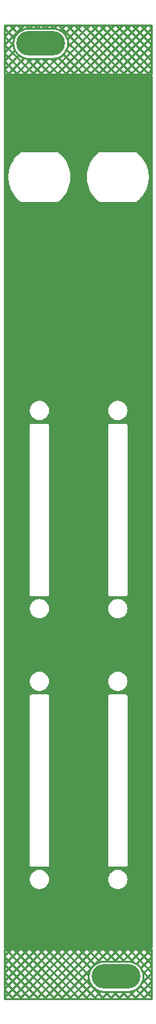
<source format=gbl>
G04 Layer: BottomLayer*
G04 EasyEDA v6.5.34, 2023-08-21 18:11:39*
G04 9e413db91f2042faab6937f58170d6bc,5a6b42c53f6a479593ecc07194224c93,10*
G04 Gerber Generator version 0.2*
G04 Scale: 100 percent, Rotated: No, Reflected: No *
G04 Dimensions in millimeters *
G04 leading zeros omitted , absolute positions ,4 integer and 5 decimal *
%FSLAX45Y45*%
%MOMM*%

%ADD10C,0.2540*%
%ADD11O,6.4000126X3.1999936*%

%LPD*%
G36*
X36068Y698500D02*
G01*
X32156Y699262D01*
X28905Y701497D01*
X26670Y704748D01*
X25908Y708660D01*
X25908Y12143740D01*
X26670Y12147651D01*
X28905Y12150902D01*
X32156Y12153138D01*
X36068Y12153900D01*
X1970532Y12153900D01*
X1974443Y12153138D01*
X1977694Y12150902D01*
X1979930Y12147651D01*
X1980692Y12143740D01*
X1980692Y708660D01*
X1979930Y704748D01*
X1977694Y701497D01*
X1974443Y699262D01*
X1970532Y698500D01*
G37*

%LPC*%
G36*
X1290066Y10494467D02*
G01*
X1757934Y10494467D01*
X1764233Y10495229D01*
X1769719Y10497108D01*
X1774545Y10500156D01*
X1780438Y10506100D01*
X1795729Y10518952D01*
X1816100Y10538663D01*
X1835048Y10559694D01*
X1852422Y10582046D01*
X1868271Y10605516D01*
X1882393Y10630052D01*
X1894789Y10655503D01*
X1905406Y10681766D01*
X1914143Y10708741D01*
X1920951Y10736224D01*
X1925878Y10764113D01*
X1928825Y10792256D01*
X1929790Y10820552D01*
X1928825Y10848848D01*
X1925828Y10877042D01*
X1920900Y10904931D01*
X1914042Y10932414D01*
X1905304Y10959338D01*
X1894687Y10985550D01*
X1882241Y11011001D01*
X1868068Y11035538D01*
X1852269Y11059007D01*
X1834794Y11081359D01*
X1815846Y11102390D01*
X1795475Y11122050D01*
X1779676Y11135360D01*
X1774545Y11140643D01*
X1769719Y11143691D01*
X1764233Y11145570D01*
X1757934Y11146282D01*
X1290066Y11146282D01*
X1283766Y11145570D01*
X1278280Y11143691D01*
X1273403Y11140592D01*
X1267815Y11135055D01*
X1252321Y11122050D01*
X1231950Y11102390D01*
X1213002Y11081359D01*
X1195527Y11059007D01*
X1179728Y11035538D01*
X1165555Y11011001D01*
X1153109Y10985550D01*
X1142492Y10959338D01*
X1133754Y10932414D01*
X1126896Y10904931D01*
X1121968Y10877042D01*
X1119022Y10848848D01*
X1118006Y10820552D01*
X1118971Y10792256D01*
X1121918Y10764113D01*
X1126845Y10736224D01*
X1133652Y10708741D01*
X1142390Y10681766D01*
X1153007Y10655503D01*
X1165402Y10630052D01*
X1179525Y10605516D01*
X1195374Y10582046D01*
X1212799Y10559694D01*
X1231696Y10538663D01*
X1252067Y10518952D01*
X1268476Y10505084D01*
X1273403Y10500207D01*
X1278280Y10497108D01*
X1283766Y10495229D01*
G37*
G36*
X495300Y1477822D02*
G01*
X510489Y1478737D01*
X525424Y1481480D01*
X539953Y1486001D01*
X553821Y1492250D01*
X566826Y1500124D01*
X578764Y1509471D01*
X589534Y1520240D01*
X598881Y1532178D01*
X606755Y1545183D01*
X613003Y1559052D01*
X617524Y1573580D01*
X620268Y1588516D01*
X621182Y1603705D01*
X620268Y1618894D01*
X617524Y1633829D01*
X613003Y1648358D01*
X606755Y1662226D01*
X598881Y1675231D01*
X589534Y1687169D01*
X578764Y1697939D01*
X566826Y1707286D01*
X553821Y1715160D01*
X539953Y1721408D01*
X525424Y1725930D01*
X510489Y1728673D01*
X495300Y1729587D01*
X480110Y1728673D01*
X465175Y1725930D01*
X450646Y1721408D01*
X436778Y1715160D01*
X423773Y1707286D01*
X411835Y1697939D01*
X401066Y1687169D01*
X391718Y1675231D01*
X383844Y1662226D01*
X377596Y1648358D01*
X373075Y1633829D01*
X370332Y1618894D01*
X369417Y1603705D01*
X370332Y1588516D01*
X373075Y1573580D01*
X377596Y1559052D01*
X383844Y1545183D01*
X391718Y1532178D01*
X401066Y1520240D01*
X411835Y1509471D01*
X423773Y1500124D01*
X436778Y1492250D01*
X450646Y1486001D01*
X465175Y1481480D01*
X480110Y1478737D01*
G37*
G36*
X394258Y1768297D02*
G01*
X596341Y1768297D01*
X602640Y1769008D01*
X608126Y1770938D01*
X613003Y1773986D01*
X617118Y1778101D01*
X620166Y1782978D01*
X622096Y1788464D01*
X622808Y1794764D01*
X622808Y4003446D01*
X622096Y4009745D01*
X620166Y4015232D01*
X617118Y4020108D01*
X613003Y4024223D01*
X608126Y4027271D01*
X602640Y4029201D01*
X596341Y4029913D01*
X394258Y4029913D01*
X387959Y4029201D01*
X382473Y4027271D01*
X377596Y4024223D01*
X373481Y4020108D01*
X370433Y4015232D01*
X368503Y4009745D01*
X367792Y4003446D01*
X367792Y1794764D01*
X368503Y1788464D01*
X370433Y1782978D01*
X373481Y1778101D01*
X377596Y1773986D01*
X382473Y1770938D01*
X387959Y1769008D01*
G37*
G36*
X1422958Y1768297D02*
G01*
X1625041Y1768297D01*
X1631340Y1769008D01*
X1636826Y1770938D01*
X1641703Y1773986D01*
X1645818Y1778101D01*
X1648866Y1782978D01*
X1650796Y1788464D01*
X1651507Y1794764D01*
X1651507Y4003446D01*
X1650796Y4009745D01*
X1648866Y4015232D01*
X1645818Y4020108D01*
X1641703Y4024223D01*
X1636826Y4027271D01*
X1631340Y4029201D01*
X1625041Y4029913D01*
X1422958Y4029913D01*
X1416659Y4029201D01*
X1411173Y4027271D01*
X1406296Y4024223D01*
X1402181Y4020108D01*
X1399133Y4015232D01*
X1397203Y4009745D01*
X1396492Y4003446D01*
X1396492Y1794764D01*
X1397203Y1788464D01*
X1399133Y1782978D01*
X1402181Y1778101D01*
X1406296Y1773986D01*
X1411173Y1770938D01*
X1416659Y1769008D01*
G37*
G36*
X495300Y4077817D02*
G01*
X510489Y4078732D01*
X525424Y4081475D01*
X539953Y4085996D01*
X553821Y4092244D01*
X566826Y4100118D01*
X578764Y4109465D01*
X589534Y4120235D01*
X598881Y4132173D01*
X606755Y4145178D01*
X613003Y4159046D01*
X617524Y4173575D01*
X620268Y4188510D01*
X621182Y4203700D01*
X620268Y4218889D01*
X617524Y4233824D01*
X613003Y4248353D01*
X606755Y4262221D01*
X598881Y4275226D01*
X589534Y4287164D01*
X578764Y4297934D01*
X566826Y4307281D01*
X553821Y4315155D01*
X539953Y4321403D01*
X525424Y4325924D01*
X510489Y4328668D01*
X495300Y4329582D01*
X480110Y4328668D01*
X465175Y4325924D01*
X450646Y4321403D01*
X436778Y4315155D01*
X423773Y4307281D01*
X411835Y4297934D01*
X401066Y4287164D01*
X391718Y4275226D01*
X383844Y4262221D01*
X377596Y4248353D01*
X373075Y4233824D01*
X370332Y4218889D01*
X369417Y4203700D01*
X370332Y4188510D01*
X373075Y4173575D01*
X377596Y4159046D01*
X383844Y4145178D01*
X391718Y4132173D01*
X401066Y4120235D01*
X411835Y4109465D01*
X423773Y4100118D01*
X436778Y4092244D01*
X450646Y4085996D01*
X465175Y4081475D01*
X480110Y4078732D01*
G37*
G36*
X1524000Y4077817D02*
G01*
X1539189Y4078732D01*
X1554124Y4081475D01*
X1568653Y4085996D01*
X1582521Y4092244D01*
X1595526Y4100118D01*
X1607464Y4109465D01*
X1618234Y4120235D01*
X1627581Y4132173D01*
X1635455Y4145178D01*
X1641703Y4159046D01*
X1646224Y4173575D01*
X1648968Y4188510D01*
X1649882Y4203700D01*
X1648968Y4218889D01*
X1646224Y4233824D01*
X1641703Y4248353D01*
X1635455Y4262221D01*
X1627581Y4275226D01*
X1618234Y4287164D01*
X1607464Y4297934D01*
X1595526Y4307281D01*
X1582521Y4315155D01*
X1568653Y4321403D01*
X1554124Y4325924D01*
X1539189Y4328668D01*
X1524000Y4329582D01*
X1508810Y4328668D01*
X1493875Y4325924D01*
X1479346Y4321403D01*
X1465478Y4315155D01*
X1452473Y4307281D01*
X1440535Y4297934D01*
X1429766Y4287164D01*
X1420418Y4275226D01*
X1412544Y4262221D01*
X1406296Y4248353D01*
X1401775Y4233824D01*
X1399032Y4218889D01*
X1398117Y4203700D01*
X1399032Y4188510D01*
X1401775Y4173575D01*
X1406296Y4159046D01*
X1412544Y4145178D01*
X1420418Y4132173D01*
X1429766Y4120235D01*
X1440535Y4109465D01*
X1452473Y4100118D01*
X1465478Y4092244D01*
X1479346Y4085996D01*
X1493875Y4081475D01*
X1508810Y4078732D01*
G37*
G36*
X1524000Y1477822D02*
G01*
X1539189Y1478737D01*
X1554124Y1481480D01*
X1568653Y1486001D01*
X1582521Y1492250D01*
X1595526Y1500124D01*
X1607464Y1509471D01*
X1618234Y1520240D01*
X1627581Y1532178D01*
X1635455Y1545183D01*
X1641703Y1559052D01*
X1646224Y1573580D01*
X1648968Y1588516D01*
X1649882Y1603705D01*
X1648968Y1618894D01*
X1646224Y1633829D01*
X1641703Y1648358D01*
X1635455Y1662226D01*
X1627581Y1675231D01*
X1618234Y1687169D01*
X1607464Y1697939D01*
X1595526Y1707286D01*
X1582521Y1715160D01*
X1568653Y1721408D01*
X1554124Y1725930D01*
X1539189Y1728673D01*
X1524000Y1729587D01*
X1508810Y1728673D01*
X1493875Y1725930D01*
X1479346Y1721408D01*
X1465478Y1715160D01*
X1452473Y1707286D01*
X1440535Y1697939D01*
X1429766Y1687169D01*
X1420418Y1675231D01*
X1412544Y1662226D01*
X1406296Y1648358D01*
X1401775Y1633829D01*
X1399032Y1618894D01*
X1398117Y1603705D01*
X1399032Y1588516D01*
X1401775Y1573580D01*
X1406296Y1559052D01*
X1412544Y1545183D01*
X1420418Y1532178D01*
X1429766Y1520240D01*
X1440535Y1509471D01*
X1452473Y1500124D01*
X1465478Y1492250D01*
X1479346Y1486001D01*
X1493875Y1481480D01*
X1508810Y1478737D01*
G37*
G36*
X495300Y5030317D02*
G01*
X510489Y5031232D01*
X525424Y5033975D01*
X539953Y5038496D01*
X553821Y5044744D01*
X566826Y5052618D01*
X578764Y5061966D01*
X589534Y5072735D01*
X598881Y5084673D01*
X606755Y5097678D01*
X613003Y5111546D01*
X617524Y5126075D01*
X620268Y5141010D01*
X621182Y5156200D01*
X620268Y5171389D01*
X617524Y5186324D01*
X613003Y5200853D01*
X606755Y5214721D01*
X598881Y5227726D01*
X589534Y5239664D01*
X578764Y5250434D01*
X566826Y5259781D01*
X553821Y5267655D01*
X539953Y5273903D01*
X525424Y5278424D01*
X510489Y5281168D01*
X495300Y5282082D01*
X480110Y5281168D01*
X465175Y5278424D01*
X450646Y5273903D01*
X436778Y5267655D01*
X423773Y5259781D01*
X411835Y5250434D01*
X401066Y5239664D01*
X391718Y5227726D01*
X383844Y5214721D01*
X377596Y5200853D01*
X373075Y5186324D01*
X370332Y5171389D01*
X369417Y5156200D01*
X370332Y5141010D01*
X373075Y5126075D01*
X377596Y5111546D01*
X383844Y5097678D01*
X391718Y5084673D01*
X401066Y5072735D01*
X411835Y5061966D01*
X423773Y5052618D01*
X436778Y5044744D01*
X450646Y5038496D01*
X465175Y5033975D01*
X480110Y5031232D01*
G37*
G36*
X394258Y5320792D02*
G01*
X596341Y5320792D01*
X602640Y5321503D01*
X608126Y5323433D01*
X613003Y5326481D01*
X617118Y5330596D01*
X620166Y5335473D01*
X622096Y5340959D01*
X622808Y5347258D01*
X622808Y7555941D01*
X622096Y7562240D01*
X620166Y7567726D01*
X617118Y7572603D01*
X613003Y7576718D01*
X608126Y7579766D01*
X602640Y7581696D01*
X596341Y7582408D01*
X394258Y7582408D01*
X387959Y7581696D01*
X382473Y7579766D01*
X377596Y7576718D01*
X373481Y7572603D01*
X370433Y7567726D01*
X368503Y7562240D01*
X367792Y7555941D01*
X367792Y5347258D01*
X368503Y5340959D01*
X370433Y5335473D01*
X373481Y5330596D01*
X377596Y5326481D01*
X382473Y5323433D01*
X387959Y5321503D01*
G37*
G36*
X1422958Y5320792D02*
G01*
X1625041Y5320792D01*
X1631340Y5321503D01*
X1636826Y5323433D01*
X1641703Y5326481D01*
X1645818Y5330596D01*
X1648866Y5335473D01*
X1650796Y5340959D01*
X1651507Y5347258D01*
X1651507Y7555941D01*
X1650796Y7562240D01*
X1648866Y7567726D01*
X1645818Y7572603D01*
X1641703Y7576718D01*
X1636826Y7579766D01*
X1631340Y7581696D01*
X1625041Y7582408D01*
X1422958Y7582408D01*
X1416659Y7581696D01*
X1411173Y7579766D01*
X1406296Y7576718D01*
X1402181Y7572603D01*
X1399133Y7567726D01*
X1397203Y7562240D01*
X1396492Y7555941D01*
X1396492Y5347258D01*
X1397203Y5340959D01*
X1399133Y5335473D01*
X1402181Y5330596D01*
X1406296Y5326481D01*
X1411173Y5323433D01*
X1416659Y5321503D01*
G37*
G36*
X1524000Y7630312D02*
G01*
X1539189Y7631226D01*
X1554124Y7633970D01*
X1568653Y7638491D01*
X1582521Y7644739D01*
X1595526Y7652613D01*
X1607464Y7661960D01*
X1618234Y7672730D01*
X1627581Y7684668D01*
X1635455Y7697673D01*
X1641703Y7711541D01*
X1646224Y7726070D01*
X1648968Y7741005D01*
X1649882Y7756194D01*
X1648968Y7771384D01*
X1646224Y7786319D01*
X1641703Y7800848D01*
X1635455Y7814716D01*
X1627581Y7827721D01*
X1618234Y7839659D01*
X1607464Y7850428D01*
X1595526Y7859775D01*
X1582521Y7867650D01*
X1568653Y7873898D01*
X1554124Y7878419D01*
X1539189Y7881162D01*
X1524000Y7882077D01*
X1508810Y7881162D01*
X1493875Y7878419D01*
X1479346Y7873898D01*
X1465478Y7867650D01*
X1452473Y7859775D01*
X1440535Y7850428D01*
X1429766Y7839659D01*
X1420418Y7827721D01*
X1412544Y7814716D01*
X1406296Y7800848D01*
X1401775Y7786319D01*
X1399032Y7771384D01*
X1398117Y7756194D01*
X1399032Y7741005D01*
X1401775Y7726070D01*
X1406296Y7711541D01*
X1412544Y7697673D01*
X1420418Y7684668D01*
X1429766Y7672730D01*
X1440535Y7661960D01*
X1452473Y7652613D01*
X1465478Y7644739D01*
X1479346Y7638491D01*
X1493875Y7633970D01*
X1508810Y7631226D01*
G37*
G36*
X495300Y7630312D02*
G01*
X510489Y7631226D01*
X525424Y7633970D01*
X539953Y7638491D01*
X553821Y7644739D01*
X566826Y7652613D01*
X578764Y7661960D01*
X589534Y7672730D01*
X598881Y7684668D01*
X606755Y7697673D01*
X613003Y7711541D01*
X617524Y7726070D01*
X620268Y7741005D01*
X621182Y7756194D01*
X620268Y7771384D01*
X617524Y7786319D01*
X613003Y7800848D01*
X606755Y7814716D01*
X598881Y7827721D01*
X589534Y7839659D01*
X578764Y7850428D01*
X566826Y7859775D01*
X553821Y7867650D01*
X539953Y7873898D01*
X525424Y7878419D01*
X510489Y7881162D01*
X495300Y7882077D01*
X480110Y7881162D01*
X465175Y7878419D01*
X450646Y7873898D01*
X436778Y7867650D01*
X423773Y7859775D01*
X411835Y7850428D01*
X401066Y7839659D01*
X391718Y7827721D01*
X383844Y7814716D01*
X377596Y7800848D01*
X373075Y7786319D01*
X370332Y7771384D01*
X369417Y7756194D01*
X370332Y7741005D01*
X373075Y7726070D01*
X377596Y7711541D01*
X383844Y7697673D01*
X391718Y7684668D01*
X401066Y7672730D01*
X411835Y7661960D01*
X423773Y7652613D01*
X436778Y7644739D01*
X450646Y7638491D01*
X465175Y7633970D01*
X480110Y7631226D01*
G37*
G36*
X261366Y10494467D02*
G01*
X729234Y10494467D01*
X735533Y10495229D01*
X741019Y10497108D01*
X745845Y10500156D01*
X751738Y10506100D01*
X767029Y10518952D01*
X787400Y10538663D01*
X806348Y10559694D01*
X823721Y10582046D01*
X839571Y10605516D01*
X853694Y10630052D01*
X866089Y10655503D01*
X876706Y10681766D01*
X885444Y10708741D01*
X892251Y10736224D01*
X897178Y10764113D01*
X900125Y10792256D01*
X901090Y10820552D01*
X900125Y10848848D01*
X897128Y10877042D01*
X892200Y10904931D01*
X885342Y10932414D01*
X876604Y10959338D01*
X865987Y10985550D01*
X853541Y11011001D01*
X839368Y11035538D01*
X823569Y11059007D01*
X806094Y11081359D01*
X787146Y11102390D01*
X766775Y11122050D01*
X750976Y11135360D01*
X745845Y11140643D01*
X741019Y11143691D01*
X735533Y11145570D01*
X729234Y11146282D01*
X261366Y11146282D01*
X255066Y11145570D01*
X249580Y11143691D01*
X244703Y11140592D01*
X239115Y11135055D01*
X223621Y11122050D01*
X203250Y11102390D01*
X184302Y11081359D01*
X166827Y11059007D01*
X151028Y11035538D01*
X136855Y11011001D01*
X124409Y10985550D01*
X113792Y10959338D01*
X105054Y10932414D01*
X98196Y10904931D01*
X93268Y10877042D01*
X90322Y10848848D01*
X89306Y10820552D01*
X90271Y10792256D01*
X93218Y10764113D01*
X98145Y10736224D01*
X104952Y10708741D01*
X113690Y10681766D01*
X124307Y10655503D01*
X136702Y10630052D01*
X150825Y10605516D01*
X166674Y10582046D01*
X184099Y10559694D01*
X202996Y10538663D01*
X223367Y10518952D01*
X239775Y10505084D01*
X244703Y10500207D01*
X249580Y10497108D01*
X255066Y10495229D01*
G37*
G36*
X1524000Y5030317D02*
G01*
X1539189Y5031232D01*
X1554124Y5033975D01*
X1568653Y5038496D01*
X1582521Y5044744D01*
X1595526Y5052618D01*
X1607464Y5061966D01*
X1618234Y5072735D01*
X1627581Y5084673D01*
X1635455Y5097678D01*
X1641703Y5111546D01*
X1646224Y5126075D01*
X1648968Y5141010D01*
X1649882Y5156200D01*
X1648968Y5171389D01*
X1646224Y5186324D01*
X1641703Y5200853D01*
X1635455Y5214721D01*
X1627581Y5227726D01*
X1618234Y5239664D01*
X1607464Y5250434D01*
X1595526Y5259781D01*
X1582521Y5267655D01*
X1568653Y5273903D01*
X1554124Y5278424D01*
X1539189Y5281168D01*
X1524000Y5282082D01*
X1508810Y5281168D01*
X1493875Y5278424D01*
X1479346Y5273903D01*
X1465478Y5267655D01*
X1452473Y5259781D01*
X1440535Y5250434D01*
X1429766Y5239664D01*
X1420418Y5227726D01*
X1412544Y5214721D01*
X1406296Y5200853D01*
X1401775Y5186324D01*
X1399032Y5171389D01*
X1398117Y5156200D01*
X1399032Y5141010D01*
X1401775Y5126075D01*
X1406296Y5111546D01*
X1412544Y5097678D01*
X1420418Y5084673D01*
X1429766Y5072735D01*
X1440535Y5061966D01*
X1452473Y5052618D01*
X1465478Y5044744D01*
X1479346Y5038496D01*
X1493875Y5033975D01*
X1508810Y5031232D01*
G37*

%LPD*%
D10*
X1917700Y12103100D02*
G01*
X1917700Y12166600D01*
X1892300Y673100D02*
G01*
X1892300Y736600D01*
X1967738Y38862D02*
G01*
X38862Y38862D01*
X38862Y38862D02*
G01*
X38862Y685545D01*
X38862Y685545D02*
G01*
X1967738Y685545D01*
X1967738Y685545D02*
G01*
X1967738Y38862D01*
X1197982Y189583D02*
G01*
X1212442Y176477D01*
X1212442Y176477D02*
G01*
X1228117Y164852D01*
X1228117Y164852D02*
G01*
X1244856Y154819D01*
X1244856Y154819D02*
G01*
X1262497Y146475D01*
X1262497Y146475D02*
G01*
X1280872Y139901D01*
X1280872Y139901D02*
G01*
X1299803Y135159D01*
X1299803Y135159D02*
G01*
X1319107Y132295D01*
X1319107Y132295D02*
G01*
X1338599Y131338D01*
X1338599Y131338D02*
G01*
X1658600Y131338D01*
X1658600Y131338D02*
G01*
X1678092Y132295D01*
X1678092Y132295D02*
G01*
X1697396Y135159D01*
X1697396Y135159D02*
G01*
X1716327Y139901D01*
X1716327Y139901D02*
G01*
X1734702Y146475D01*
X1734702Y146475D02*
G01*
X1752343Y154819D01*
X1752343Y154819D02*
G01*
X1769082Y164852D01*
X1769082Y164852D02*
G01*
X1784757Y176477D01*
X1784757Y176477D02*
G01*
X1799217Y189583D01*
X1799217Y189583D02*
G01*
X1812323Y204043D01*
X1812323Y204043D02*
G01*
X1823948Y219718D01*
X1823948Y219718D02*
G01*
X1833981Y236457D01*
X1833981Y236457D02*
G01*
X1842325Y254098D01*
X1842325Y254098D02*
G01*
X1848899Y272473D01*
X1848899Y272473D02*
G01*
X1853641Y291404D01*
X1853641Y291404D02*
G01*
X1856505Y310708D01*
X1856505Y310708D02*
G01*
X1857462Y330200D01*
X1857462Y330200D02*
G01*
X1856505Y349691D01*
X1856505Y349691D02*
G01*
X1853641Y368995D01*
X1853641Y368995D02*
G01*
X1848899Y387926D01*
X1848899Y387926D02*
G01*
X1842325Y406301D01*
X1842325Y406301D02*
G01*
X1833981Y423942D01*
X1833981Y423942D02*
G01*
X1823948Y440681D01*
X1823948Y440681D02*
G01*
X1812323Y456356D01*
X1812323Y456356D02*
G01*
X1799217Y470816D01*
X1799217Y470816D02*
G01*
X1784757Y483922D01*
X1784757Y483922D02*
G01*
X1769082Y495547D01*
X1769082Y495547D02*
G01*
X1752343Y505580D01*
X1752343Y505580D02*
G01*
X1734702Y513924D01*
X1734702Y513924D02*
G01*
X1716327Y520498D01*
X1716327Y520498D02*
G01*
X1697396Y525240D01*
X1697396Y525240D02*
G01*
X1678092Y528104D01*
X1678092Y528104D02*
G01*
X1658600Y529061D01*
X1658600Y529061D02*
G01*
X1338599Y529061D01*
X1338599Y529061D02*
G01*
X1319107Y528104D01*
X1319107Y528104D02*
G01*
X1299803Y525240D01*
X1299803Y525240D02*
G01*
X1280872Y520498D01*
X1280872Y520498D02*
G01*
X1262497Y513924D01*
X1262497Y513924D02*
G01*
X1244856Y505580D01*
X1244856Y505580D02*
G01*
X1228117Y495547D01*
X1228117Y495547D02*
G01*
X1212442Y483922D01*
X1212442Y483922D02*
G01*
X1197982Y470816D01*
X1197982Y470816D02*
G01*
X1184876Y456356D01*
X1184876Y456356D02*
G01*
X1173251Y440681D01*
X1173251Y440681D02*
G01*
X1163218Y423942D01*
X1163218Y423942D02*
G01*
X1154874Y406301D01*
X1154874Y406301D02*
G01*
X1148300Y387926D01*
X1148300Y387926D02*
G01*
X1143558Y368995D01*
X1143558Y368995D02*
G01*
X1140694Y349691D01*
X1140694Y349691D02*
G01*
X1139737Y330200D01*
X1139737Y330200D02*
G01*
X1140694Y310708D01*
X1140694Y310708D02*
G01*
X1143558Y291404D01*
X1143558Y291404D02*
G01*
X1148300Y272473D01*
X1148300Y272473D02*
G01*
X1154874Y254098D01*
X1154874Y254098D02*
G01*
X1163218Y236457D01*
X1163218Y236457D02*
G01*
X1173251Y219718D01*
X1173251Y219718D02*
G01*
X1184876Y204043D01*
X1184876Y204043D02*
G01*
X1197982Y189583D01*
X38862Y50940D02*
G01*
X50940Y38862D01*
X38862Y158703D02*
G01*
X158703Y38862D01*
X38862Y266466D02*
G01*
X266466Y38862D01*
X38862Y374229D02*
G01*
X374229Y38862D01*
X38862Y481992D02*
G01*
X481992Y38862D01*
X38862Y589755D02*
G01*
X589755Y38862D01*
X50835Y685545D02*
G01*
X697519Y38862D01*
X158598Y685545D02*
G01*
X805282Y38862D01*
X266361Y685545D02*
G01*
X913045Y38862D01*
X374124Y685545D02*
G01*
X1020808Y38862D01*
X481887Y685545D02*
G01*
X1128571Y38862D01*
X589650Y685545D02*
G01*
X1236334Y38862D01*
X697413Y685545D02*
G01*
X1344097Y38862D01*
X805176Y685545D02*
G01*
X1140738Y349984D01*
X1359384Y131338D02*
G01*
X1451860Y38862D01*
X912939Y685545D02*
G01*
X1167462Y431023D01*
X1467147Y131338D02*
G01*
X1559623Y38862D01*
X1020702Y685545D02*
G01*
X1218117Y488131D01*
X1574910Y131338D02*
G01*
X1667386Y38862D01*
X1128465Y685545D02*
G01*
X1290980Y523030D01*
X1681247Y132764D02*
G01*
X1775149Y38862D01*
X1236228Y685545D02*
G01*
X1392713Y529061D01*
X1761479Y160295D02*
G01*
X1882912Y38862D01*
X1343991Y685545D02*
G01*
X1500476Y529061D01*
X1817931Y211606D02*
G01*
X1967738Y61799D01*
X1451755Y685545D02*
G01*
X1608239Y529061D01*
X1852090Y285210D02*
G01*
X1967738Y169563D01*
X1559518Y685545D02*
G01*
X1729155Y515909D01*
X1844310Y400754D02*
G01*
X1967738Y277326D01*
X1667281Y685545D02*
G01*
X1967738Y385089D01*
X1775044Y685545D02*
G01*
X1967738Y492852D01*
X1882807Y685545D02*
G01*
X1967738Y600615D01*
X1955659Y38862D02*
G01*
X1967738Y50940D01*
X1847896Y38862D02*
G01*
X1967738Y158703D01*
X1740133Y38862D02*
G01*
X1967738Y266466D01*
X1632370Y38862D02*
G01*
X1744723Y151215D01*
X1837585Y244076D02*
G01*
X1967738Y374229D01*
X1524607Y38862D02*
G01*
X1617083Y131338D01*
X1853783Y368038D02*
G01*
X1967738Y481992D01*
X1416844Y38862D02*
G01*
X1509320Y131338D01*
X1821697Y443715D02*
G01*
X1967738Y589755D01*
X1309080Y38862D02*
G01*
X1401557Y131338D01*
X1767009Y496790D02*
G01*
X1955764Y685545D01*
X1201317Y38862D02*
G01*
X1298053Y135597D01*
X1688949Y526493D02*
G01*
X1848001Y685545D01*
X1093554Y38862D02*
G01*
X1223195Y168502D01*
X1583754Y529061D02*
G01*
X1740238Y685545D01*
X985791Y38862D02*
G01*
X1170776Y223847D01*
X1475991Y529061D02*
G01*
X1632475Y685545D01*
X878028Y38862D02*
G01*
X1141880Y302714D01*
X1368228Y529061D02*
G01*
X1524712Y685545D01*
X770265Y38862D02*
G01*
X1176599Y445196D01*
X1223602Y492199D02*
G01*
X1416949Y685545D01*
X662502Y38862D02*
G01*
X1309186Y685545D01*
X554739Y38862D02*
G01*
X1201423Y685545D01*
X446976Y38862D02*
G01*
X1093660Y685545D01*
X339213Y38862D02*
G01*
X985897Y685545D01*
X231450Y38862D02*
G01*
X878134Y685545D01*
X123687Y38862D02*
G01*
X770371Y685545D01*
X38862Y61799D02*
G01*
X662608Y685545D01*
X38862Y169563D02*
G01*
X554844Y685545D01*
X38862Y277326D02*
G01*
X447081Y685545D01*
X38862Y385089D02*
G01*
X339318Y685545D01*
X38862Y492852D02*
G01*
X231555Y685545D01*
X38862Y600615D02*
G01*
X123792Y685545D01*
X1967738Y12166854D02*
G01*
X38862Y12166854D01*
X38862Y12166854D02*
G01*
X38862Y12813537D01*
X38862Y12813537D02*
G01*
X1967738Y12813537D01*
X1967738Y12813537D02*
G01*
X1967738Y12166854D01*
X194276Y12446843D02*
G01*
X207382Y12432383D01*
X207382Y12432383D02*
G01*
X221842Y12419277D01*
X221842Y12419277D02*
G01*
X237517Y12407652D01*
X237517Y12407652D02*
G01*
X254256Y12397619D01*
X254256Y12397619D02*
G01*
X271897Y12389275D01*
X271897Y12389275D02*
G01*
X290272Y12382701D01*
X290272Y12382701D02*
G01*
X309203Y12377959D01*
X309203Y12377959D02*
G01*
X328507Y12375095D01*
X328507Y12375095D02*
G01*
X347999Y12374138D01*
X347999Y12374138D02*
G01*
X668000Y12374138D01*
X668000Y12374138D02*
G01*
X687492Y12375095D01*
X687492Y12375095D02*
G01*
X706796Y12377959D01*
X706796Y12377959D02*
G01*
X725727Y12382701D01*
X725727Y12382701D02*
G01*
X744102Y12389275D01*
X744102Y12389275D02*
G01*
X761743Y12397619D01*
X761743Y12397619D02*
G01*
X778482Y12407652D01*
X778482Y12407652D02*
G01*
X794157Y12419277D01*
X794157Y12419277D02*
G01*
X808617Y12432383D01*
X808617Y12432383D02*
G01*
X821723Y12446843D01*
X821723Y12446843D02*
G01*
X833348Y12462518D01*
X833348Y12462518D02*
G01*
X843381Y12479257D01*
X843381Y12479257D02*
G01*
X851725Y12496898D01*
X851725Y12496898D02*
G01*
X858299Y12515273D01*
X858299Y12515273D02*
G01*
X863041Y12534204D01*
X863041Y12534204D02*
G01*
X865905Y12553508D01*
X865905Y12553508D02*
G01*
X866862Y12573000D01*
X866862Y12573000D02*
G01*
X865905Y12592491D01*
X865905Y12592491D02*
G01*
X863041Y12611795D01*
X863041Y12611795D02*
G01*
X858299Y12630726D01*
X858299Y12630726D02*
G01*
X851725Y12649101D01*
X851725Y12649101D02*
G01*
X843381Y12666742D01*
X843381Y12666742D02*
G01*
X833348Y12683481D01*
X833348Y12683481D02*
G01*
X821723Y12699156D01*
X821723Y12699156D02*
G01*
X808617Y12713616D01*
X808617Y12713616D02*
G01*
X794157Y12726722D01*
X794157Y12726722D02*
G01*
X778482Y12738347D01*
X778482Y12738347D02*
G01*
X761743Y12748380D01*
X761743Y12748380D02*
G01*
X744102Y12756724D01*
X744102Y12756724D02*
G01*
X725727Y12763298D01*
X725727Y12763298D02*
G01*
X706796Y12768040D01*
X706796Y12768040D02*
G01*
X687492Y12770904D01*
X687492Y12770904D02*
G01*
X668000Y12771861D01*
X668000Y12771861D02*
G01*
X347999Y12771861D01*
X347999Y12771861D02*
G01*
X328507Y12770904D01*
X328507Y12770904D02*
G01*
X309203Y12768040D01*
X309203Y12768040D02*
G01*
X290272Y12763298D01*
X290272Y12763298D02*
G01*
X271897Y12756724D01*
X271897Y12756724D02*
G01*
X254256Y12748380D01*
X254256Y12748380D02*
G01*
X237517Y12738347D01*
X237517Y12738347D02*
G01*
X221842Y12726722D01*
X221842Y12726722D02*
G01*
X207382Y12713616D01*
X207382Y12713616D02*
G01*
X194276Y12699156D01*
X194276Y12699156D02*
G01*
X182651Y12683481D01*
X182651Y12683481D02*
G01*
X172618Y12666742D01*
X172618Y12666742D02*
G01*
X164274Y12649101D01*
X164274Y12649101D02*
G01*
X157700Y12630726D01*
X157700Y12630726D02*
G01*
X152958Y12611795D01*
X152958Y12611795D02*
G01*
X150094Y12592491D01*
X150094Y12592491D02*
G01*
X149137Y12573000D01*
X149137Y12573000D02*
G01*
X150094Y12553508D01*
X150094Y12553508D02*
G01*
X152958Y12534204D01*
X152958Y12534204D02*
G01*
X157700Y12515273D01*
X157700Y12515273D02*
G01*
X164274Y12496898D01*
X164274Y12496898D02*
G01*
X172618Y12479257D01*
X172618Y12479257D02*
G01*
X182651Y12462518D01*
X182651Y12462518D02*
G01*
X194276Y12446843D01*
X38862Y12228167D02*
G01*
X100175Y12166854D01*
X38862Y12335930D02*
G01*
X207938Y12166854D01*
X38862Y12443693D02*
G01*
X315701Y12166854D01*
X38862Y12551456D02*
G01*
X423464Y12166854D01*
X38862Y12659220D02*
G01*
X151056Y12547025D01*
X322024Y12376057D02*
G01*
X531228Y12166854D01*
X38862Y12766983D02*
G01*
X162290Y12643554D01*
X431706Y12374138D02*
G01*
X638991Y12166854D01*
X100070Y12813537D02*
G01*
X203868Y12709739D01*
X539470Y12374138D02*
G01*
X746754Y12166854D01*
X207833Y12813537D02*
G01*
X266975Y12754396D01*
X647233Y12374138D02*
G01*
X854517Y12166854D01*
X315596Y12813537D02*
G01*
X357272Y12771861D01*
X740976Y12388157D02*
G01*
X962280Y12166854D01*
X423359Y12813537D02*
G01*
X465035Y12771861D01*
X806464Y12430432D02*
G01*
X1070043Y12166854D01*
X531122Y12813537D02*
G01*
X572798Y12771861D01*
X850452Y12494208D02*
G01*
X1177806Y12166854D01*
X638885Y12813537D02*
G01*
X681210Y12771212D01*
X866213Y12586210D02*
G01*
X1285569Y12166854D01*
X746648Y12813537D02*
G01*
X1393332Y12166854D01*
X854411Y12813537D02*
G01*
X1501095Y12166854D01*
X962174Y12813537D02*
G01*
X1608858Y12166854D01*
X1069937Y12813537D02*
G01*
X1716621Y12166854D01*
X1177700Y12813537D02*
G01*
X1824384Y12166854D01*
X1285464Y12813537D02*
G01*
X1932148Y12166854D01*
X1393227Y12813537D02*
G01*
X1967738Y12239027D01*
X1500990Y12813537D02*
G01*
X1967738Y12346790D01*
X1608753Y12813537D02*
G01*
X1967738Y12454553D01*
X1716516Y12813537D02*
G01*
X1967738Y12562316D01*
X1824279Y12813537D02*
G01*
X1967738Y12670079D01*
X1932042Y12813537D02*
G01*
X1967738Y12777842D01*
X1906424Y12166854D02*
G01*
X1967738Y12228167D01*
X1798661Y12166854D02*
G01*
X1967738Y12335930D01*
X1690898Y12166854D02*
G01*
X1967738Y12443693D01*
X1583135Y12166854D02*
G01*
X1967738Y12551456D01*
X1475371Y12166854D02*
G01*
X1967738Y12659220D01*
X1367608Y12166854D02*
G01*
X1967738Y12766983D01*
X1259845Y12166854D02*
G01*
X1906529Y12813537D01*
X1152082Y12166854D02*
G01*
X1798766Y12813537D01*
X1044319Y12166854D02*
G01*
X1691003Y12813537D01*
X936556Y12166854D02*
G01*
X1583240Y12813537D01*
X828793Y12166854D02*
G01*
X1475477Y12813537D01*
X721030Y12166854D02*
G01*
X1367714Y12813537D01*
X613267Y12166854D02*
G01*
X1259951Y12813537D01*
X505504Y12166854D02*
G01*
X719888Y12381238D01*
X859762Y12521112D02*
G01*
X1152188Y12813537D01*
X397741Y12166854D02*
G01*
X605025Y12374138D01*
X858963Y12628076D02*
G01*
X1044425Y12813537D01*
X289978Y12166854D02*
G01*
X497262Y12374138D01*
X821960Y12698836D02*
G01*
X936662Y12813537D01*
X182215Y12166854D02*
G01*
X389499Y12374138D01*
X762992Y12747631D02*
G01*
X828899Y12813537D01*
X74451Y12166854D02*
G01*
X290293Y12382695D01*
X678922Y12771325D02*
G01*
X721135Y12813537D01*
X38862Y12239027D02*
G01*
X220410Y12420575D01*
X571696Y12771861D02*
G01*
X613372Y12813537D01*
X38862Y12346790D02*
G01*
X172204Y12480132D01*
X463933Y12771861D02*
G01*
X505609Y12813537D01*
X38862Y12454553D02*
G01*
X149519Y12565211D01*
X356170Y12771861D02*
G01*
X397846Y12813537D01*
X38862Y12562316D02*
G01*
X290083Y12813537D01*
X38862Y12670079D02*
G01*
X182320Y12813537D01*
X38862Y12777842D02*
G01*
X74557Y12813537D01*
D11*
G01*
X508000Y12573000D03*
G01*
X1498600Y330200D03*
M02*

</source>
